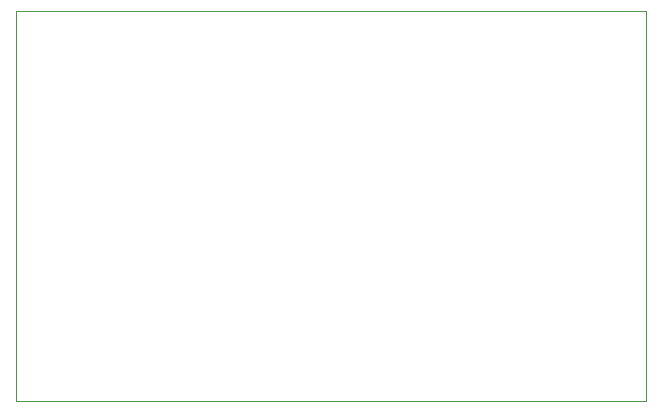
<source format=gbr>
%TF.GenerationSoftware,KiCad,Pcbnew,8.0.4*%
%TF.CreationDate,2024-12-12T17:07:26+08:00*%
%TF.ProjectId,esp01s-power-board,65737030-3173-42d7-906f-7765722d626f,rev?*%
%TF.SameCoordinates,Original*%
%TF.FileFunction,Profile,NP*%
%FSLAX46Y46*%
G04 Gerber Fmt 4.6, Leading zero omitted, Abs format (unit mm)*
G04 Created by KiCad (PCBNEW 8.0.4) date 2024-12-12 17:07:26*
%MOMM*%
%LPD*%
G01*
G04 APERTURE LIST*
%TA.AperFunction,Profile*%
%ADD10C,0.100000*%
%TD*%
G04 APERTURE END LIST*
D10*
X48260000Y-48260000D02*
X101600000Y-48260000D01*
X101600000Y-81280000D01*
X48260000Y-81280000D01*
X48260000Y-48260000D01*
M02*

</source>
